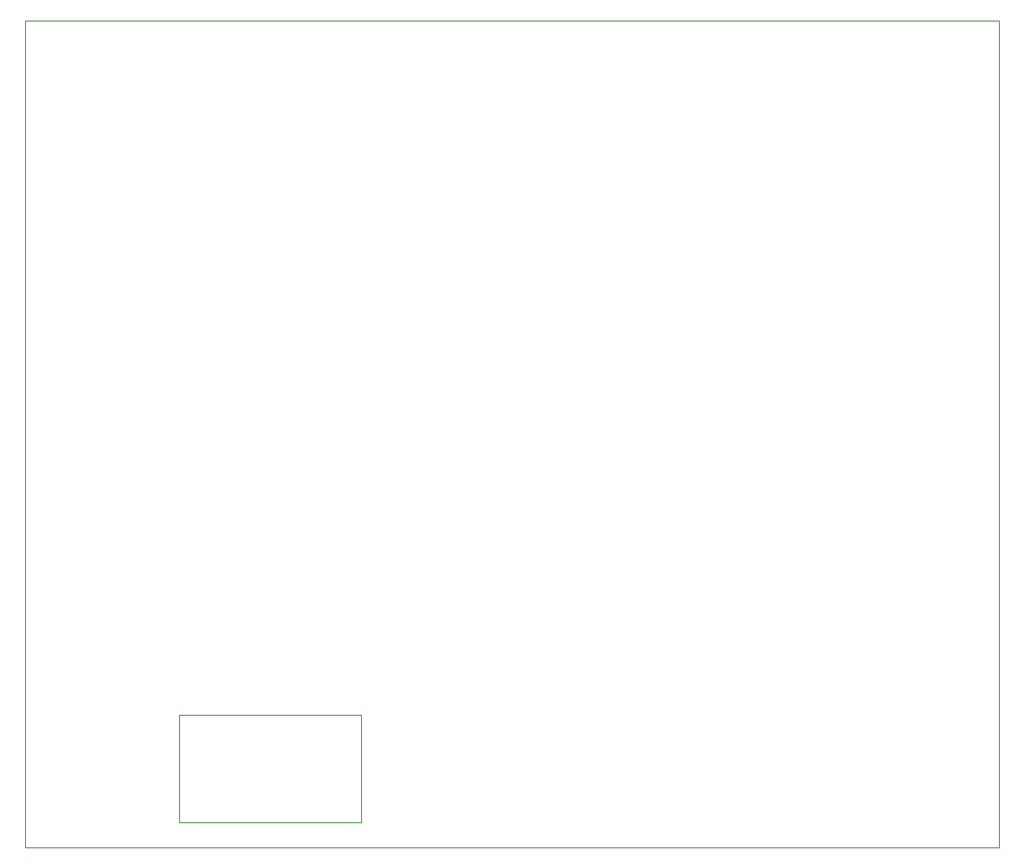
<source format=gm1>
G04 #@! TF.GenerationSoftware,KiCad,Pcbnew,5.99.0-unknown-711fc99~101~ubuntu18.04.1*
G04 #@! TF.CreationDate,2020-06-08T21:24:47+05:30*
G04 #@! TF.ProjectId,paperd.ink_main_pcb,70617065-7264-42e6-996e-6b5f6d61696e,rev?*
G04 #@! TF.SameCoordinates,Original*
G04 #@! TF.FileFunction,Profile,NP*
%FSLAX46Y46*%
G04 Gerber Fmt 4.6, Leading zero omitted, Abs format (unit mm)*
G04 Created by KiCad (PCBNEW 5.99.0-unknown-711fc99~101~ubuntu18.04.1) date 2020-06-08 21:24:47*
%MOMM*%
%LPD*%
G01*
G04 APERTURE LIST*
G04 #@! TA.AperFunction,Profile*
%ADD10C,0.050000*%
G04 #@! TD*
G04 APERTURE END LIST*
D10*
X101960000Y-140280000D02*
X194060000Y-140280000D01*
X133790000Y-127820000D02*
X116570000Y-127820000D01*
X116570000Y-127820000D02*
X116570000Y-137950000D01*
X133790000Y-137950000D02*
X116570000Y-137950000D01*
X133790000Y-127820000D02*
X133790000Y-137950000D01*
X101960000Y-62180000D02*
X101960000Y-140280000D01*
X194060000Y-62180000D02*
X194060000Y-140280000D01*
X101960000Y-62180000D02*
X194060000Y-62180000D01*
M02*

</source>
